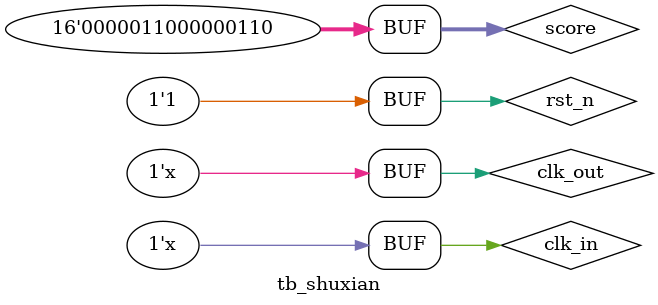
<source format=v>
module tb_shuxian;

// Inputs
reg rst_n;
reg clk_in;
reg clk_out;
reg [15:0]score;

wire [2:0] dis_shu; 
wire [6:0] dis_seg;

shuxian uut (
.rst_n(rst_n), 
.clk_in(clk_in), 
.clk_out(clk_out),
.score(score),
.dis_shu(dis_shu),
.dis_seg(dis_seg)
);

initial begin
// Initialize Inputs
rst_n = 0;
score=16'h0000;
clk_in = 1;
clk_out = 1;
//Ê¹ÄÜÐÅºÅ

//°´¼ü

#1780;
rst_n = 1;

//»Æ¶ÓµÃ·Ö
#1040;

score=16'h0100;
#2880;
score=16'h0300;
#2880;
score=16'h0600;
#2880
score=16'h0601;
#2880;
score=16'h0603;
#2880;
score=16'h0606;
#2800;

end
always #10 clk_in = ~clk_in;  
always #360 clk_out=~clk_out;
endmodule


</source>
